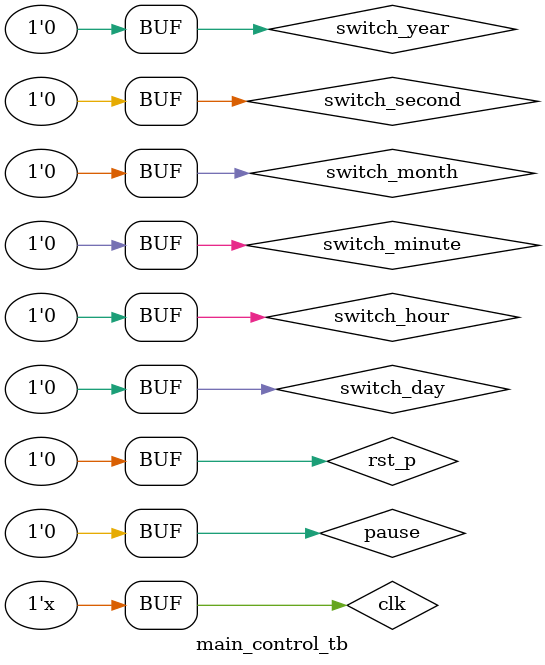
<source format=v>
module main_control(
    input clk,
    input rst_p,
    input pause,
    input switch_second,switch_minute,switch_hour,switch_day,switch_month,switch_year,

    output [5:0] sec,
    output [5:0] min,
    output [4:0] hour, 
    output [4:0] day,
    output [3:0] month, 
    output [11:0] year
);
    wire pul;
    wire pul_0_5s;
    wire sec_tick;
    wire min_tick;
    wire hour_tick;
    wire day_tick;
    wire month_tick;
    wire [1:0] month_fw;
    wire year_fw;

    pulse_1s pulse_1(.clk(clk), .rst_p(rst_p), .pause(pause),.pulse(pul));
    pulse_0_5s pulse_0_5 (.clk(clk), .rst_p(rst_p),.pulse_0_5s(pul_0_5s));
    second_counter sec_counter(.clk(clk), .rst_p(rst_p), .pulse(pul),.pulse_0_5s(pul_0_5s),.switch_second(switch_second), .sec_tick(sec_tick), .sec_count(sec));
    minute_counter min_counter(.clk(clk), .rst_p(rst_p),.pulse_0_5s(pul_0_5s), .sec_tick(sec_tick),.switch_minute(switch_minute), .min_tick(min_tick), .min_count(min));
    hour_counter h_counter(.clk(clk), .rst_p(rst_p),.pulse_0_5s(pul_0_5s), .min_tick(min_tick),.switch_hour(switch_hour), .hour_tick(hour_tick), .hour_count(hour));
    day_counter d_counter(.clk(clk), .rst_p(rst_p),.pulse_0_5s(pul_0_5s), .hour_tick(hour_tick),.switch_day(switch_day), .month_fw(month_fw), .year_fw(year_fw), .day_tick(day_tick), .day_count(day));
    month_counter m_counter(.clk(clk), .rst_p(rst_p),.pulse_0_5s(pul_0_5s), .day_tick(day_tick),.switch_month(switch_month), .month_tick(month_tick), .month_fw(month_fw), .month_count(month));
    year_counter y_counter(.clk(clk), .rst_p(rst_p),.pulse_0_5s(pul_0_5s), .month_tick(month_tick),.switch_year(switch_year), .year_fw(year_fw), .year_count(year));

endmodule
`timescale 1ps/1ps
module main_control_tb();
    parameter CLK_PERIOD = 2;
    reg clk;
    reg rst_p;
    reg pause;
    reg switch_second, switch_minute, switch_hour, switch_day, switch_month, switch_year;
    reg switch;

    wire [5:0] sec;
    wire [5:0] min;
    wire [4:0] hour;
    wire [4:0] day;
    wire [3:0] month;
    wire [11:0] year; 

    main_control DHTK(
        .clk (clk),
        .rst_p(rst_p),
        .pause(pause),
        .switch_second(switch_second),
        .switch_minute(switch_minute),
        .switch_hour(switch_hour),
        .switch_day(switch_day),
        .switch_month(switch_month),
        .switch_year(switch_year),
        .sec (sec),
        .min (min),
        .hour (hour),
        .day (day),
        .month (month),
        .year (year)
    );
    display disp(.clk(clk), .rst_p(rst_p), .sec(sec), .min(min), .hour(hour), .day(day), .month(month), .year(year), .switch(switch), .display_reg(disp_reg));
    // Clock generation
    always #((CLK_PERIOD/2)) clk = ~clk;

    // Initial stimulus
    initial begin
        // Initialize inputs
        rst_p = 0;
        clk = 0;
        pause = 0;
        switch_second = 0;
        switch_minute = 0;
        switch_hour = 0;
        switch_day = 0;
        switch_month = 0;
        switch_year = 0;
        // Reset FSM
        #2 rst_p = 1;
	    #2 rst_p = 0;
        #50;
        switch_second = 1;
        #20;
        switch_second = 0;
        #20;
        switch_year = 1;
        #20;
        switch_year =0;
    end
endmodule
</source>
